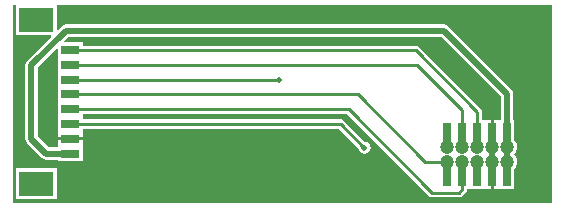
<source format=gtl>
G04*
G04 #@! TF.GenerationSoftware,Altium Limited,Altium Designer,18.0.11 (651)*
G04*
G04 Layer_Physical_Order=1*
G04 Layer_Color=255*
%FSLAX25Y25*%
%MOIN*%
G70*
G01*
G75*
%ADD10C,0.01000*%
%ADD11R,0.02559X0.07874*%
%ADD12R,0.06299X0.03150*%
%ADD13R,0.11811X0.08268*%
%ADD19C,0.01968*%
%ADD20C,0.04724*%
%ADD21C,0.02000*%
G36*
X165536Y37603D02*
Y30079D01*
X165279Y29685D01*
X164917D01*
Y29685D01*
X163138D01*
Y24748D01*
X162138D01*
Y29685D01*
X160358D01*
Y29685D01*
X159917D01*
Y29685D01*
X159167D01*
Y32362D01*
X159051Y32947D01*
X158719Y33444D01*
X138129Y54034D01*
X137633Y54366D01*
X137047Y54482D01*
X26150D01*
Y55528D01*
X20042D01*
X19851Y55989D01*
X21338Y57477D01*
X145662D01*
X165536Y37603D01*
D02*
G37*
G36*
X182500Y2000D02*
X3000D01*
Y68000D01*
X3677D01*
Y57858D01*
X15344D01*
X15535Y57396D01*
X7569Y49431D01*
X7131Y48774D01*
X6977Y48000D01*
Y23500D01*
X7131Y22726D01*
X7569Y22069D01*
X12565Y17073D01*
X13222Y16635D01*
X13996Y16481D01*
X17850D01*
Y15929D01*
X26150D01*
Y20850D01*
Y22925D01*
X22000D01*
X17850D01*
Y20527D01*
X14834D01*
X11023Y24338D01*
Y47162D01*
X17389Y53527D01*
X17850Y53336D01*
Y50378D01*
Y45457D01*
Y40535D01*
Y35614D01*
Y30693D01*
Y25772D01*
Y23925D01*
X22000D01*
X26150D01*
Y26817D01*
X111520D01*
X117991Y20346D01*
X118116Y19720D01*
X118558Y19058D01*
X119220Y18616D01*
X120000Y18461D01*
X120780Y18616D01*
X121442Y19058D01*
X121884Y19720D01*
X122039Y20500D01*
X121884Y21280D01*
X121442Y21942D01*
X120780Y22384D01*
X120154Y22509D01*
X113235Y29428D01*
X112739Y29759D01*
X112153Y29876D01*
X26150D01*
Y31738D01*
X114099D01*
X141419Y4419D01*
X141915Y4087D01*
X142500Y3971D01*
X151500D01*
X152085Y4087D01*
X152581Y4419D01*
X153719Y5556D01*
X154051Y6053D01*
X154167Y6638D01*
Y6811D01*
X154917D01*
Y6811D01*
X155358D01*
Y6811D01*
X159917D01*
Y6811D01*
X160358D01*
Y6811D01*
X162138D01*
Y11748D01*
X163138D01*
Y6811D01*
X164917D01*
Y6811D01*
X165279D01*
Y6811D01*
X169839D01*
Y13259D01*
X169957Y13350D01*
X170496Y14052D01*
X170835Y14870D01*
X170950Y15748D01*
X170835Y16626D01*
X170496Y17444D01*
X170163Y17878D01*
X170001Y18248D01*
X170163Y18618D01*
X170496Y19052D01*
X170835Y19870D01*
X170950Y20748D01*
X170835Y21626D01*
X170496Y22444D01*
X169957Y23146D01*
X169839Y23237D01*
Y29685D01*
X169582D01*
Y38441D01*
X169428Y39215D01*
X168990Y39871D01*
X147931Y60931D01*
X147274Y61369D01*
X146500Y61523D01*
X20500D01*
X19726Y61369D01*
X19069Y60931D01*
X17950Y59811D01*
X17488Y60003D01*
Y68000D01*
X182500D01*
Y2000D01*
D02*
G37*
%LPC*%
G36*
X17488Y13598D02*
X3677D01*
Y3331D01*
X17488D01*
Y13598D01*
D02*
G37*
%LPD*%
D10*
X112153Y28346D02*
X120000Y20500D01*
X22000Y28346D02*
X112153D01*
X142500Y5500D02*
X151500D01*
X114732Y33268D02*
X142500Y5500D01*
X22000Y33268D02*
X114732D01*
X140252Y15748D02*
X147638D01*
X117811Y38189D02*
X140252Y15748D01*
X22000Y38189D02*
X117811D01*
X151500Y5500D02*
X152638Y6638D01*
Y11748D02*
Y15748D01*
Y6638D02*
Y11748D01*
X22000Y43110D02*
X91500Y43000D01*
X152638Y24748D02*
Y32862D01*
Y20748D02*
Y24748D01*
X137469Y48031D02*
X152638Y32862D01*
X22000Y48031D02*
X137469D01*
X157638Y24748D02*
Y32362D01*
X137047Y52953D02*
X157638Y32362D01*
X22000Y52953D02*
X137047D01*
D11*
X157638Y24748D02*
D03*
X167559D02*
D03*
X162638D02*
D03*
X152638D02*
D03*
X147638D02*
D03*
X167559Y11748D02*
D03*
X162638D02*
D03*
X157638D02*
D03*
X152638D02*
D03*
X147638D02*
D03*
D12*
X22000Y18504D02*
D03*
Y23425D02*
D03*
Y28346D02*
D03*
Y33268D02*
D03*
Y38189D02*
D03*
Y43110D02*
D03*
Y48031D02*
D03*
Y52953D02*
D03*
D13*
X10583Y62992D02*
D03*
Y8465D02*
D03*
D19*
X20500Y59500D02*
X146500D01*
X9000Y48000D02*
X20500Y59500D01*
X9000Y23500D02*
Y48000D01*
X167559Y24748D02*
Y38441D01*
Y20748D02*
Y24748D01*
X146500Y59500D02*
X167559Y38441D01*
X9000Y23500D02*
X13996Y18504D01*
X22000D01*
X162638Y15748D02*
Y20748D01*
X167559Y15748D02*
Y20748D01*
Y11748D02*
Y15748D01*
X162638Y11748D02*
Y15748D01*
D20*
X147638Y20748D02*
D03*
Y15748D02*
D03*
X152638Y20748D02*
D03*
Y15748D02*
D03*
X157638Y20748D02*
D03*
Y15748D02*
D03*
X162638Y20748D02*
D03*
Y15748D02*
D03*
X167559Y20748D02*
D03*
Y15748D02*
D03*
D21*
X91500Y43000D02*
D03*
X120000Y20500D02*
D03*
M02*

</source>
